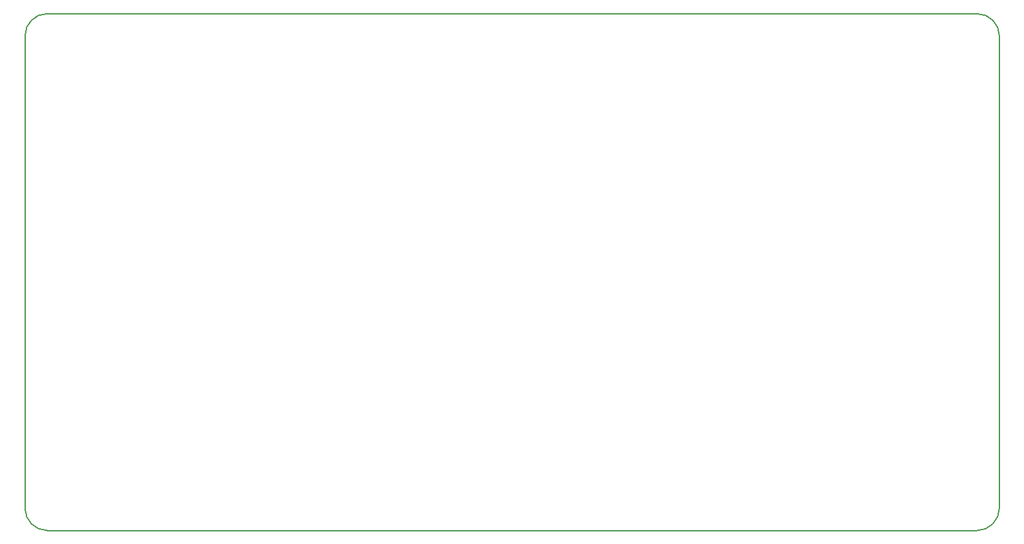
<source format=gm1>
%TF.GenerationSoftware,KiCad,Pcbnew,(6.0.4)*%
%TF.CreationDate,2022-08-14T15:03:19+10:00*%
%TF.ProjectId,budgie,62756467-6965-42e6-9b69-6361645f7063,2*%
%TF.SameCoordinates,Original*%
%TF.FileFunction,Profile,NP*%
%FSLAX46Y46*%
G04 Gerber Fmt 4.6, Leading zero omitted, Abs format (unit mm)*
G04 Created by KiCad (PCBNEW (6.0.4)) date 2022-08-14 15:03:19*
%MOMM*%
%LPD*%
G01*
G04 APERTURE LIST*
%TA.AperFunction,Profile*%
%ADD10C,0.150000*%
%TD*%
G04 APERTURE END LIST*
D10*
X176000000Y-113750000D02*
G75*
G03*
X179000000Y-110750000I0J3000000D01*
G01*
X179000000Y-47250000D02*
X179000000Y-110750000D01*
X176000000Y-113750000D02*
X51000000Y-113750000D01*
X51000000Y-44250000D02*
G75*
G03*
X48000000Y-47250000I0J-3000000D01*
G01*
X48000000Y-110750000D02*
X48000000Y-47250000D01*
X51000000Y-44250000D02*
X176000000Y-44250000D01*
X179000000Y-47250000D02*
G75*
G03*
X176000000Y-44250000I-3000000J0D01*
G01*
X48000000Y-110750000D02*
G75*
G03*
X51000000Y-113750000I3000000J0D01*
G01*
M02*

</source>
